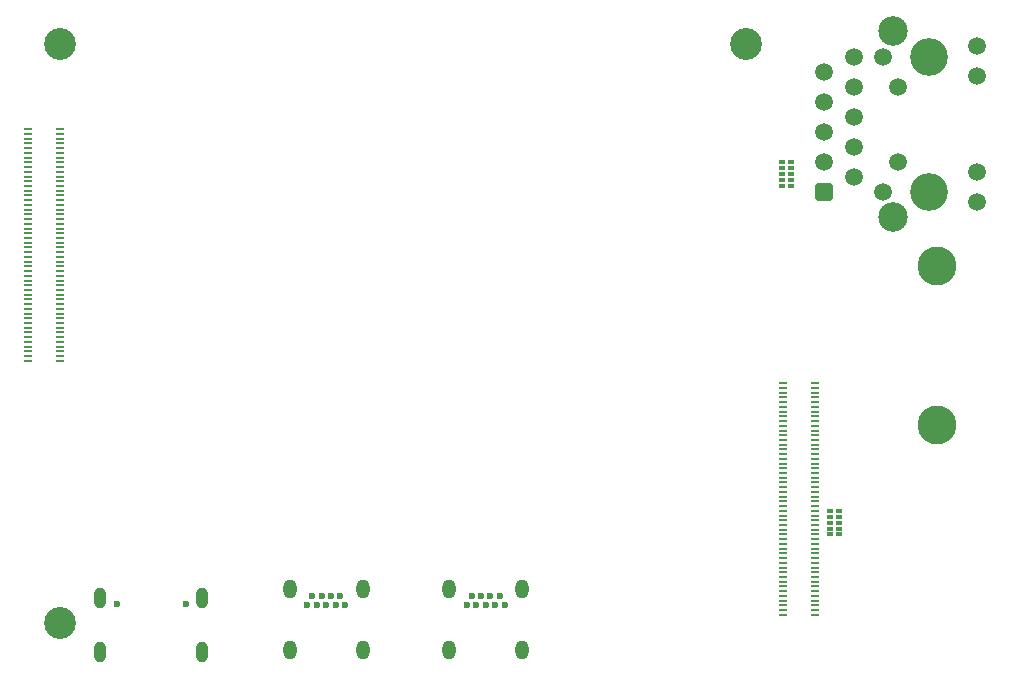
<source format=gbr>
%TF.GenerationSoftware,KiCad,Pcbnew,(5.99.0-10407-g1e8b23402c)*%
%TF.CreationDate,2021-06-04T12:52:52-06:00*%
%TF.ProjectId,mezzanine,6d657a7a-616e-4696-9e65-2e6b69636164,rev?*%
%TF.SameCoordinates,Original*%
%TF.FileFunction,Soldermask,Bot*%
%TF.FilePolarity,Negative*%
%FSLAX46Y46*%
G04 Gerber Fmt 4.6, Leading zero omitted, Abs format (unit mm)*
G04 Created by KiCad (PCBNEW (5.99.0-10407-g1e8b23402c)) date 2021-06-04 12:52:52*
%MOMM*%
%LPD*%
G01*
G04 APERTURE LIST*
G04 Aperture macros list*
%AMRoundRect*
0 Rectangle with rounded corners*
0 $1 Rounding radius*
0 $2 $3 $4 $5 $6 $7 $8 $9 X,Y pos of 4 corners*
0 Add a 4 corners polygon primitive as box body*
4,1,4,$2,$3,$4,$5,$6,$7,$8,$9,$2,$3,0*
0 Add four circle primitives for the rounded corners*
1,1,$1+$1,$2,$3*
1,1,$1+$1,$4,$5*
1,1,$1+$1,$6,$7*
1,1,$1+$1,$8,$9*
0 Add four rect primitives between the rounded corners*
20,1,$1+$1,$2,$3,$4,$5,0*
20,1,$1+$1,$4,$5,$6,$7,0*
20,1,$1+$1,$6,$7,$8,$9,0*
20,1,$1+$1,$8,$9,$2,$3,0*%
G04 Aperture macros list end*
%ADD10C,2.700000*%
%ADD11C,0.600000*%
%ADD12RoundRect,0.575000X0.000000X-0.225000X0.000000X-0.225000X0.000000X0.225000X0.000000X0.225000X0*%
%ADD13RoundRect,0.500000X0.000000X-0.400000X0.000000X-0.400000X0.000000X0.400000X0.000000X0.400000X0*%
%ADD14C,3.200000*%
%ADD15RoundRect,0.250500X0.499500X-0.499500X0.499500X0.499500X-0.499500X0.499500X-0.499500X-0.499500X0*%
%ADD16C,1.500000*%
%ADD17C,2.500000*%
%ADD18C,3.300000*%
%ADD19R,0.550000X0.300000*%
%ADD20R,0.550000X0.400000*%
%ADD21R,0.660000X0.230000*%
G04 APERTURE END LIST*
D10*
%TO.C,H2*%
X23500000Y-72500000D03*
%TD*%
%TO.C,H1*%
X23500000Y-23500000D03*
%TD*%
D11*
%TO.C,J3*%
X47600000Y-70980000D03*
X47200000Y-70180000D03*
X46800000Y-70980000D03*
X46400000Y-70180000D03*
X46000000Y-70980000D03*
X45600000Y-70180000D03*
X45200000Y-70980000D03*
X44800000Y-70180000D03*
X44400000Y-70980000D03*
D12*
X42900000Y-74775000D03*
X49100000Y-74775000D03*
X49100000Y-69600000D03*
X42900000Y-69600000D03*
%TD*%
D10*
%TO.C,H3*%
X81500000Y-23500000D03*
%TD*%
D11*
%TO.C,J2*%
X34090000Y-70890000D03*
X28310000Y-70890000D03*
D13*
X26880000Y-74970000D03*
X35520000Y-70390000D03*
X26880000Y-70390000D03*
X35520000Y-74970000D03*
%TD*%
D11*
%TO.C,J4*%
X61100000Y-70980000D03*
X60700000Y-70180000D03*
X60300000Y-70980000D03*
X59900000Y-70180000D03*
X59500000Y-70980000D03*
X59100000Y-70180000D03*
X58700000Y-70980000D03*
X58300000Y-70180000D03*
X57900000Y-70980000D03*
D12*
X56400000Y-74775000D03*
X56400000Y-69600000D03*
X62600000Y-74775000D03*
X62600000Y-69600000D03*
%TD*%
D14*
%TO.C,U5*%
X97000000Y-35965000D03*
X97000000Y-24535000D03*
D15*
X88110000Y-35965000D03*
D16*
X90650000Y-34695000D03*
X88110000Y-33425000D03*
X90650000Y-32155000D03*
X88110000Y-30885000D03*
X90650000Y-29615000D03*
X88110000Y-28345000D03*
X90650000Y-27075000D03*
X88110000Y-25805000D03*
X90650000Y-24535000D03*
X93170000Y-35965000D03*
X94440000Y-33425000D03*
X94440000Y-27075000D03*
X93170000Y-24535000D03*
X101060000Y-36880000D03*
X101060000Y-34340000D03*
X101060000Y-26160000D03*
X101060000Y-23620000D03*
D17*
X93950000Y-38125000D03*
X93950000Y-22375000D03*
%TD*%
D18*
%TO.C,J1*%
X97700000Y-55700000D03*
X97700000Y-42300000D03*
%TD*%
D19*
%TO.C,U2*%
X88615000Y-65000000D03*
X88615000Y-64500000D03*
D20*
X88615000Y-64000000D03*
D19*
X88615000Y-63500000D03*
X88615000Y-63000000D03*
X89385000Y-63000000D03*
X89385000Y-63500000D03*
D20*
X89385000Y-64000000D03*
D19*
X89385000Y-64500000D03*
X89385000Y-65000000D03*
%TD*%
D21*
%TO.C,Module1*%
X87355000Y-52200000D03*
X84645000Y-52200000D03*
X87355000Y-52600000D03*
X84645000Y-52600000D03*
X87355000Y-53000000D03*
X84645000Y-53000000D03*
X87355000Y-53400000D03*
X84645000Y-53400000D03*
X87355000Y-53800000D03*
X84645000Y-53800000D03*
X87355000Y-54200000D03*
X84645000Y-54200000D03*
X87355000Y-54600000D03*
X84645000Y-54600000D03*
X87355000Y-55000000D03*
X84645000Y-55000000D03*
X87355000Y-55400000D03*
X84645000Y-55400000D03*
X87355000Y-55800000D03*
X84645000Y-55800000D03*
X87355000Y-56200000D03*
X84645000Y-56200000D03*
X87355000Y-56600000D03*
X84645000Y-56600000D03*
X87355000Y-57000000D03*
X84645000Y-57000000D03*
X87355000Y-57400000D03*
X84645000Y-57400000D03*
X87355000Y-57800000D03*
X84645000Y-57800000D03*
X87355000Y-58200000D03*
X84645000Y-58200000D03*
X87355000Y-58600000D03*
X84645000Y-58600000D03*
X87355000Y-59000000D03*
X84645000Y-59000000D03*
X87355000Y-59400000D03*
X84645000Y-59400000D03*
X87355000Y-59800000D03*
X84645000Y-59800000D03*
X87355000Y-60200000D03*
X84645000Y-60200000D03*
X87355000Y-60600000D03*
X84645000Y-60600000D03*
X87355000Y-61000000D03*
X84645000Y-61000000D03*
X87355000Y-61400000D03*
X84645000Y-61400000D03*
X87355000Y-61800000D03*
X84645000Y-61800000D03*
X87355000Y-62200000D03*
X84645000Y-62200000D03*
X87355000Y-62600000D03*
X84645000Y-62600000D03*
X87355000Y-63000000D03*
X84645000Y-63000000D03*
X87355000Y-63400000D03*
X84645000Y-63400000D03*
X87355000Y-63800000D03*
X84645000Y-63800000D03*
X87355000Y-64200000D03*
X84645000Y-64200000D03*
X87355000Y-64600000D03*
X84645000Y-64600000D03*
X87355000Y-65000000D03*
X84645000Y-65000000D03*
X87355000Y-65400000D03*
X84645000Y-65400000D03*
X87355000Y-65800000D03*
X84645000Y-65800000D03*
X87355000Y-66200000D03*
X84645000Y-66200000D03*
X87355000Y-66600000D03*
X84645000Y-66600000D03*
X87355000Y-67000000D03*
X84645000Y-67000000D03*
X87355000Y-67400000D03*
X84645000Y-67400000D03*
X87355000Y-67800000D03*
X84645000Y-67800000D03*
X87355000Y-68200000D03*
X84645000Y-68200000D03*
X87355000Y-68600000D03*
X84645000Y-68600000D03*
X87355000Y-69000000D03*
X84645000Y-69000000D03*
X87355000Y-69400000D03*
X84645000Y-69400000D03*
X87355000Y-69800000D03*
X84645000Y-69800000D03*
X87355000Y-70200000D03*
X84645000Y-70200000D03*
X87355000Y-70600000D03*
X84645000Y-70600000D03*
X87355000Y-71000000D03*
X84645000Y-71000000D03*
X87355000Y-71400000D03*
X84645000Y-71400000D03*
X87355000Y-71800000D03*
X84645000Y-71800000D03*
%TD*%
%TO.C,Module2*%
X23455000Y-30700000D03*
X20745000Y-30700000D03*
X23455000Y-31100000D03*
X20745000Y-31100000D03*
X23455000Y-31500000D03*
X20745000Y-31500000D03*
X23455000Y-31900000D03*
X20745000Y-31900000D03*
X23455000Y-32300000D03*
X20745000Y-32300000D03*
X23455000Y-32700000D03*
X20745000Y-32700000D03*
X23455000Y-33100000D03*
X20745000Y-33100000D03*
X23455000Y-33500000D03*
X20745000Y-33500000D03*
X23455000Y-33900000D03*
X20745000Y-33900000D03*
X23455000Y-34300000D03*
X20745000Y-34300000D03*
X23455000Y-34700000D03*
X20745000Y-34700000D03*
X23455000Y-35100000D03*
X20745000Y-35100000D03*
X23455000Y-35500000D03*
X20745000Y-35500000D03*
X23455000Y-35900000D03*
X20745000Y-35900000D03*
X23455000Y-36300000D03*
X20745000Y-36300000D03*
X23455000Y-36700000D03*
X20745000Y-36700000D03*
X23455000Y-37100000D03*
X20745000Y-37100000D03*
X23455000Y-37500000D03*
X20745000Y-37500000D03*
X23455000Y-37900000D03*
X20745000Y-37900000D03*
X23455000Y-38300000D03*
X20745000Y-38300000D03*
X23455000Y-38700000D03*
X20745000Y-38700000D03*
X23455000Y-39100000D03*
X20745000Y-39100000D03*
X23455000Y-39500000D03*
X20745000Y-39500000D03*
X23455000Y-39900000D03*
X20745000Y-39900000D03*
X23455000Y-40300000D03*
X20745000Y-40300000D03*
X23455000Y-40700000D03*
X20745000Y-40700000D03*
X23455000Y-41100000D03*
X20745000Y-41100000D03*
X23455000Y-41500000D03*
X20745000Y-41500000D03*
X23455000Y-41900000D03*
X20745000Y-41900000D03*
X23455000Y-42300000D03*
X20745000Y-42300000D03*
X23455000Y-42700000D03*
X20745000Y-42700000D03*
X23455000Y-43100000D03*
X20745000Y-43100000D03*
X23455000Y-43500000D03*
X20745000Y-43500000D03*
X23455000Y-43900000D03*
X20745000Y-43900000D03*
X23455000Y-44300000D03*
X20745000Y-44300000D03*
X23455000Y-44700000D03*
X20745000Y-44700000D03*
X23455000Y-45100000D03*
X20745000Y-45100000D03*
X23455000Y-45500000D03*
X20745000Y-45500000D03*
X23455000Y-45900000D03*
X20745000Y-45900000D03*
X23455000Y-46300000D03*
X20745000Y-46300000D03*
X23455000Y-46700000D03*
X20745000Y-46700000D03*
X23455000Y-47100000D03*
X20745000Y-47100000D03*
X23455000Y-47500000D03*
X20745000Y-47500000D03*
X23455000Y-47900000D03*
X20745000Y-47900000D03*
X23455000Y-48300000D03*
X20745000Y-48300000D03*
X23455000Y-48700000D03*
X20745000Y-48700000D03*
X23455000Y-49100000D03*
X20745000Y-49100000D03*
X23455000Y-49500000D03*
X20745000Y-49500000D03*
X23455000Y-49900000D03*
X20745000Y-49900000D03*
X23455000Y-50300000D03*
X20745000Y-50300000D03*
%TD*%
D19*
%TO.C,U4*%
X85385000Y-33500000D03*
X85385000Y-34000000D03*
D20*
X85385000Y-34500000D03*
D19*
X85385000Y-35000000D03*
X85385000Y-35500000D03*
X84615000Y-35500000D03*
X84615000Y-35000000D03*
D20*
X84615000Y-34500000D03*
D19*
X84615000Y-34000000D03*
X84615000Y-33500000D03*
%TD*%
M02*

</source>
